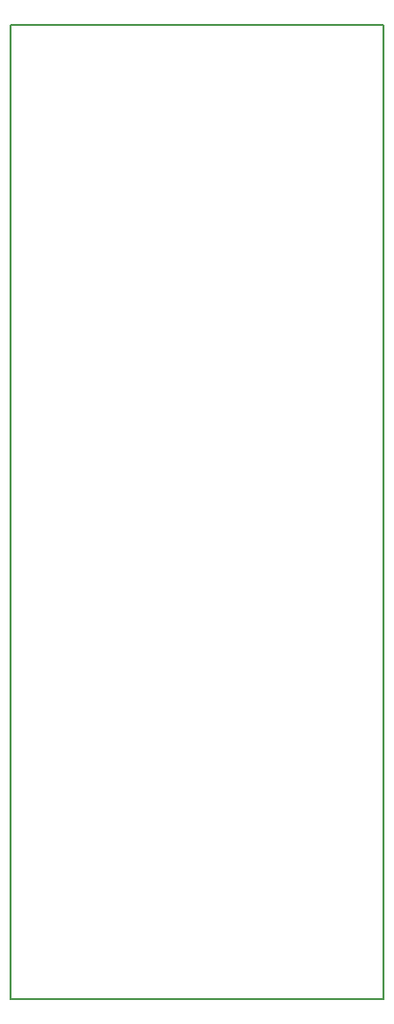
<source format=gbr>
G04 #@! TF.GenerationSoftware,KiCad,Pcbnew,5.0.2-bee76a0~70~ubuntu18.04.1*
G04 #@! TF.CreationDate,2019-09-26T12:34:54+02:00*
G04 #@! TF.ProjectId,mozzi_theremin_circuit,6d6f7a7a-695f-4746-9865-72656d696e5f,rev?*
G04 #@! TF.SameCoordinates,Original*
G04 #@! TF.FileFunction,Profile,NP*
%FSLAX46Y46*%
G04 Gerber Fmt 4.6, Leading zero omitted, Abs format (unit mm)*
G04 Created by KiCad (PCBNEW 5.0.2-bee76a0~70~ubuntu18.04.1) date Thu 26 Sep 2019 12:34:54 PM CEST*
%MOMM*%
%LPD*%
G01*
G04 APERTURE LIST*
%ADD10C,0.150000*%
G04 APERTURE END LIST*
D10*
X89000000Y-139000000D02*
X89000000Y-53000000D01*
X122000000Y-139000000D02*
X89000000Y-139000000D01*
X122000000Y-53000000D02*
X122000000Y-139000000D01*
X89000000Y-53000000D02*
X122000000Y-53000000D01*
M02*

</source>
